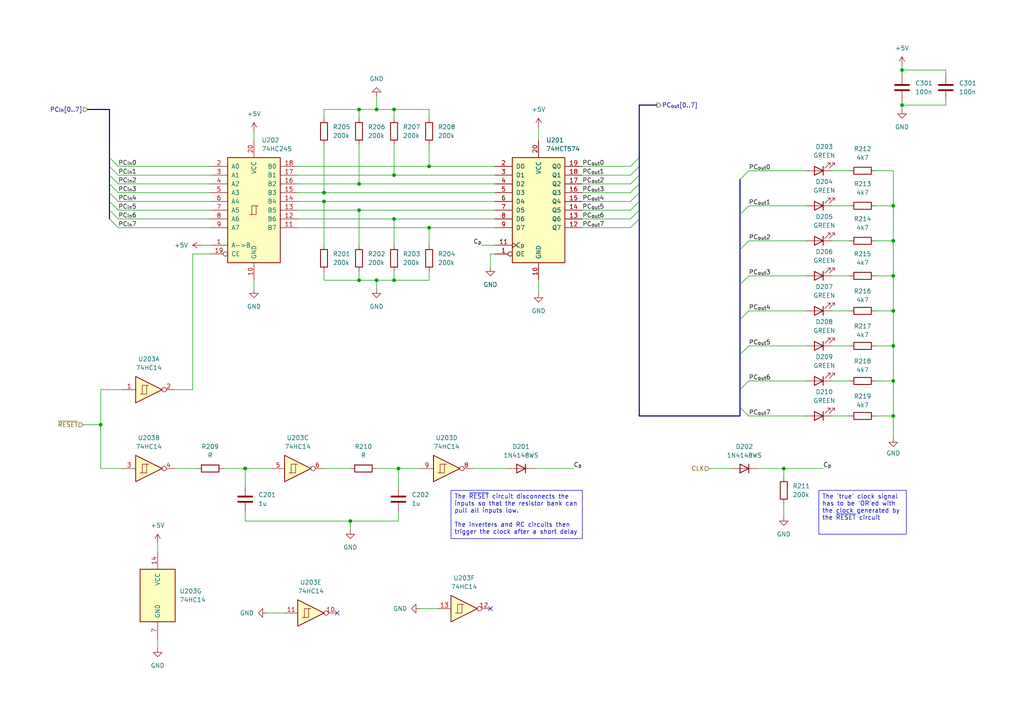
<source format=kicad_sch>
(kicad_sch (version 20230121) (generator eeschema)
  (paper "A4")
  (lib_symbols
    (symbol "74xx:74HC14" (pin_names (offset 1.016))
      (property "Reference" "U" (at 0 1.27 0))
      (property "Value" "74HC14" (at 0 -1.27 0))
      (symbol "74HC14_1_0"
        (polyline (pts (xy -3.81 3.81) (xy -3.81 -3.81) (xy 3.81 0) (xy -3.81 3.81)) (stroke (width 0.254)) (fill (type background)))
        (pin input line (at -7.62 0 0) (length 3.81) (name "~") (number "1"))
        (pin output inverted (at 7.62 0 180) (length 3.81) (name "~") (number "2"))
      )
      (symbol "74HC14_1_1"
        (polyline (pts (xy -1.905 -1.27) (xy -1.905 1.27) (xy -0.635 1.27)))
        (polyline (pts (xy -2.54 -1.27) (xy -0.635 -1.27) (xy -0.635 1.27) (xy 0 1.27)))
      )
      (symbol "74HC14_2_0"
        (polyline (pts (xy -3.81 3.81) (xy -3.81 -3.81) (xy 3.81 0) (xy -3.81 3.81)) (stroke (width 0.254)) (fill (type background)))
        (pin input line (at -7.62 0 0) (length 3.81) (name "~") (number "3"))
        (pin output inverted (at 7.62 0 180) (length 3.81) (name "~") (number "4"))
      )
      (symbol "74HC14_2_1"
        (polyline (pts (xy -1.905 -1.27) (xy -1.905 1.27) (xy -0.635 1.27)))
        (polyline (pts (xy -2.54 -1.27) (xy -0.635 -1.27) (xy -0.635 1.27) (xy 0 1.27)))
      )
      (symbol "74HC14_3_0"
        (polyline (pts (xy -3.81 3.81) (xy -3.81 -3.81) (xy 3.81 0) (xy -3.81 3.81)) (stroke (width 0.254)) (fill (type background)))
        (pin input line (at -7.62 0 0) (length 3.81) (name "~") (number "5"))
        (pin output inverted (at 7.62 0 180) (length 3.81) (name "~") (number "6"))
      )
      (symbol "74HC14_3_1"
        (polyline (pts (xy -1.905 -1.27) (xy -1.905 1.27) (xy -0.635 1.27)))
        (polyline (pts (xy -2.54 -1.27) (xy -0.635 -1.27) (xy -0.635 1.27) (xy 0 1.27)))
      )
      (symbol "74HC14_4_0"
        (polyline (pts (xy -3.81 3.81) (xy -3.81 -3.81) (xy 3.81 0) (xy -3.81 3.81)) (stroke (width 0.254)) (fill (type background)))
        (pin output inverted (at 7.62 0 180) (length 3.81) (name "~") (number "8"))
        (pin input line (at -7.62 0 0) (length 3.81) (name "~") (number "9"))
      )
      (symbol "74HC14_4_1"
        (polyline (pts (xy -1.905 -1.27) (xy -1.905 1.27) (xy -0.635 1.27)))
        (polyline (pts (xy -2.54 -1.27) (xy -0.635 -1.27) (xy -0.635 1.27) (xy 0 1.27)))
      )
      (symbol "74HC14_5_0"
        (polyline (pts (xy -3.81 3.81) (xy -3.81 -3.81) (xy 3.81 0) (xy -3.81 3.81)) (stroke (width 0.254)) (fill (type background)))
        (pin output inverted (at 7.62 0 180) (length 3.81) (name "~") (number "10"))
        (pin input line (at -7.62 0 0) (length 3.81) (name "~") (number "11"))
      )
      (symbol "74HC14_5_1"
        (polyline (pts (xy -1.905 -1.27) (xy -1.905 1.27) (xy -0.635 1.27)))
        (polyline (pts (xy -2.54 -1.27) (xy -0.635 -1.27) (xy -0.635 1.27) (xy 0 1.27)))
      )
      (symbol "74HC14_6_0"
        (polyline (pts (xy -3.81 3.81) (xy -3.81 -3.81) (xy 3.81 0) (xy -3.81 3.81)) (stroke (width 0.254)) (fill (type background)))
        (pin output inverted (at 7.62 0 180) (length 3.81) (name "~") (number "12"))
        (pin input line (at -7.62 0 0) (length 3.81) (name "~") (number "13"))
      )
      (symbol "74HC14_6_1"
        (polyline (pts (xy -1.905 -1.27) (xy -1.905 1.27) (xy -0.635 1.27)))
        (polyline (pts (xy -2.54 -1.27) (xy -0.635 -1.27) (xy -0.635 1.27) (xy 0 1.27)))
      )
      (symbol "74HC14_7_0"
        (pin power_in line (at 0 12.7 270) (length 5.08) (name "VCC") (number "14"))
        (pin power_in line (at 0 -12.7 90) (length 5.08) (name "GND") (number "7"))
      )
      (symbol "74HC14_7_1"
        (rectangle (start -5.08 7.62) (end 5.08 -7.62) (stroke (width 0.254)) (fill (type background)))
      )
    )
    (symbol "74xx:74HC245" (pin_names (offset 1.016))
      (property "Reference" "U" (at -7.62 16.51 0))
      (property "Value" "74HC245" (at -7.62 -16.51 0))
      (symbol "74HC245_1_0"
        (polyline (pts (xy -0.635 -1.27) (xy -0.635 1.27) (xy 0.635 1.27)))
        (polyline (pts (xy -1.27 -1.27) (xy 0.635 -1.27) (xy 0.635 1.27) (xy 1.27 1.27)))
        (pin input line (at -12.7 -10.16 0) (length 5.08) (name "A->B") (number "1"))
        (pin power_in line (at 0 -20.32 90) (length 5.08) (name "GND") (number "10"))
        (pin tri_state line (at 12.7 -5.08 180) (length 5.08) (name "B7") (number "11"))
        (pin tri_state line (at 12.7 -2.54 180) (length 5.08) (name "B6") (number "12"))
        (pin tri_state line (at 12.7 0 180) (length 5.08) (name "B5") (number "13"))
        (pin tri_state line (at 12.7 2.54 180) (length 5.08) (name "B4") (number "14"))
        (pin tri_state line (at 12.7 5.08 180) (length 5.08) (name "B3") (number "15"))
        (pin tri_state line (at 12.7 7.62 180) (length 5.08) (name "B2") (number "16"))
        (pin tri_state line (at 12.7 10.16 180) (length 5.08) (name "B1") (number "17"))
        (pin tri_state line (at 12.7 12.7 180) (length 5.08) (name "B0") (number "18"))
        (pin input inverted (at -12.7 -12.7 0) (length 5.08) (name "CE") (number "19"))
        (pin tri_state line (at -12.7 12.7 0) (length 5.08) (name "A0") (number "2"))
        (pin power_in line (at 0 20.32 270) (length 5.08) (name "VCC") (number "20"))
        (pin tri_state line (at -12.7 10.16 0) (length 5.08) (name "A1") (number "3"))
        (pin tri_state line (at -12.7 7.62 0) (length 5.08) (name "A2") (number "4"))
        (pin tri_state line (at -12.7 5.08 0) (length 5.08) (name "A3") (number "5"))
        (pin tri_state line (at -12.7 2.54 0) (length 5.08) (name "A4") (number "6"))
        (pin tri_state line (at -12.7 0 0) (length 5.08) (name "A5") (number "7"))
        (pin tri_state line (at -12.7 -2.54 0) (length 5.08) (name "A6") (number "8"))
        (pin tri_state line (at -12.7 -5.08 0) (length 5.08) (name "A7") (number "9"))
      )
      (symbol "74HC245_1_1"
        (rectangle (start -7.62 15.24) (end 7.62 -15.24) (stroke (width 0.254)) (fill (type background)))
      )
    )
    (symbol "74xx:74HCT574" (pin_names (offset 1.016))
      (property "Reference" "U" (at -7.62 16.51 0))
      (property "Value" "74HCT574" (at -7.62 -16.51 0))
      (symbol "74HCT574_1_0"
        (pin input inverted (at -12.7 -12.7 0) (length 5.08) (name "OE") (number "1"))
        (pin power_in line (at 0 -20.32 90) (length 5.08) (name "GND") (number "10"))
        (pin input clock (at -12.7 -10.16 0) (length 5.08) (name "Cp") (number "11"))
        (pin tri_state line (at 12.7 -5.08 180) (length 5.08) (name "Q7") (number "12"))
        (pin tri_state line (at 12.7 -2.54 180) (length 5.08) (name "Q6") (number "13"))
        (pin tri_state line (at 12.7 0 180) (length 5.08) (name "Q5") (number "14"))
        (pin tri_state line (at 12.7 2.54 180) (length 5.08) (name "Q4") (number "15"))
        (pin tri_state line (at 12.7 5.08 180) (length 5.08) (name "Q3") (number "16"))
        (pin tri_state line (at 12.7 7.62 180) (length 5.08) (name "Q2") (number "17"))
        (pin tri_state line (at 12.7 10.16 180) (length 5.08) (name "Q1") (number "18"))
        (pin tri_state line (at 12.7 12.7 180) (length 5.08) (name "Q0") (number "19"))
        (pin input line (at -12.7 12.7 0) (length 5.08) (name "D0") (number "2"))
        (pin power_in line (at 0 20.32 270) (length 5.08) (name "VCC") (number "20"))
        (pin input line (at -12.7 10.16 0) (length 5.08) (name "D1") (number "3"))
        (pin input line (at -12.7 7.62 0) (length 5.08) (name "D2") (number "4"))
        (pin input line (at -12.7 5.08 0) (length 5.08) (name "D3") (number "5"))
        (pin input line (at -12.7 2.54 0) (length 5.08) (name "D4") (number "6"))
        (pin input line (at -12.7 0 0) (length 5.08) (name "D5") (number "7"))
        (pin input line (at -12.7 -2.54 0) (length 5.08) (name "D6") (number "8"))
        (pin input line (at -12.7 -5.08 0) (length 5.08) (name "D7") (number "9"))
      )
      (symbol "74HCT574_1_1"
        (rectangle (start -7.62 15.24) (end 7.62 -15.24) (stroke (width 0.254)) (fill (type background)))
      )
    )
    (symbol "Device:C" (pin_numbers hide) (pin_names (offset 0.254))
      (property "Reference" "C" (at 0.635 2.54 0))
      (property "Value" "C" (at 0.635 -2.54 0))
      (symbol "C_0_1"
        (polyline (pts (xy -2.032 -0.762) (xy 2.032 -0.762)) (stroke (width 0.508)))
        (polyline (pts (xy -2.032 0.762) (xy 2.032 0.762)) (stroke (width 0.508)))
      )
      (symbol "C_1_1"
        (pin passive line (at 0 3.81 270) (length 2.794) (name "~") (number "1"))
        (pin passive line (at 0 -3.81 90) (length 2.794) (name "~") (number "2"))
      )
    )
    (symbol "Device:D" (pin_numbers hide) (pin_names (offset 1.016) hide)
      (property "Reference" "D" (at 0 2.54 0))
      (property "Value" "D" (at 0 -2.54 0))
      (symbol "D_0_1"
        (polyline (pts (xy -1.27 1.27) (xy -1.27 -1.27)) (stroke (width 0.254)))
        (polyline (pts (xy 1.27 0) (xy -1.27 0)))
        (polyline (pts (xy 1.27 1.27) (xy 1.27 -1.27) (xy -1.27 0) (xy 1.27 1.27)) (stroke (width 0.254)))
      )
      (symbol "D_1_1"
        (pin passive line (at -3.81 0 0) (length 2.54) (name "K") (number "1"))
        (pin passive line (at 3.81 0 180) (length 2.54) (name "A") (number "2"))
      )
    )
    (symbol "Device:LED" (pin_numbers hide) (pin_names (offset 1.016) hide)
      (property "Reference" "D" (at 0 2.54 0))
      (property "Value" "LED" (at 0 -2.54 0))
      (symbol "LED_0_1"
        (polyline (pts (xy -1.27 -1.27) (xy -1.27 1.27)) (stroke (width 0.254)))
        (polyline (pts (xy -1.27 0) (xy 1.27 0)))
        (polyline (pts (xy 1.27 -1.27) (xy 1.27 1.27) (xy -1.27 0) (xy 1.27 -1.27)) (stroke (width 0.254)))
        (polyline (pts (xy -3.048 -0.762) (xy -4.572 -2.286) (xy -3.81 -2.286) (xy -4.572 -2.286) (xy -4.572 -1.524)))
        (polyline (pts (xy -1.778 -0.762) (xy -3.302 -2.286) (xy -2.54 -2.286) (xy -3.302 -2.286) (xy -3.302 -1.524)))
      )
      (symbol "LED_1_1"
        (pin passive line (at -3.81 0 0) (length 2.54) (name "K") (number "1"))
        (pin passive line (at 3.81 0 180) (length 2.54) (name "A") (number "2"))
      )
    )
    (symbol "Device:R" (pin_numbers hide) (pin_names (offset 0))
      (property "Reference" "R" (at 2.032 0 90))
      (property "Value" "R" (at 0 0 90))
      (symbol "R_0_1"
        (rectangle (start -1.016 -2.54) (end 1.016 2.54) (stroke (width 0.254)))
      )
      (symbol "R_1_1"
        (pin passive line (at 0 3.81 270) (length 1.27) (name "~") (number "1"))
        (pin passive line (at 0 -3.81 90) (length 1.27) (name "~") (number "2"))
      )
    )
    (symbol "power:+5V" (power) (pin_names (offset 0))
      (property "Value" "+5V" (at 0 3.556 0))
      (symbol "+5V_0_1"
        (polyline (pts (xy -0.762 1.27) (xy 0 2.54)))
        (polyline (pts (xy 0 0) (xy 0 2.54)))
        (polyline (pts (xy 0 2.54) (xy 0.762 1.27)))
      )
      (symbol "+5V_1_1"
        (pin power_in line (at 0 0 90) (length 0) hide (name "+5V") (number "1"))
      )
    )
    (symbol "power:GND" (power) (pin_names (offset 0))
      (property "Value" "GND" (at 0 -3.81 0))
      (symbol "GND_0_1"
        (polyline (pts (xy 0 0) (xy 0 -1.27) (xy 1.27 -1.27) (xy 0 -2.54) (xy -1.27 -1.27) (xy 0 -1.27)))
      )
      (symbol "GND_1_1"
        (pin power_in line (at 0 0 270) (length 0) hide (name "GND") (number "1"))
      )
    )
  )
  (junction (at 259.08 80.01))
  (junction (at 261.62 20.32))
  (junction (at 93.98 55.88))
  (junction (at 114.3 81.28))
  (junction (at 29.21 123.19))
  (junction (at 104.14 31.75))
  (junction (at 259.08 100.33))
  (junction (at 114.3 50.8))
  (junction (at 93.98 58.42))
  (junction (at 124.46 66.04))
  (junction (at 124.46 48.26))
  (junction (at 71.12 135.89))
  (junction (at 259.08 120.65))
  (junction (at 227.33 135.89))
  (junction (at 259.08 69.85))
  (junction (at 259.08 59.69))
  (junction (at 261.62 30.48))
  (junction (at 115.57 135.89))
  (junction (at 101.6 151.13))
  (junction (at 104.14 60.96))
  (junction (at 114.3 63.5))
  (junction (at 109.22 31.75))
  (junction (at 259.08 90.17))
  (junction (at 104.14 53.34))
  (junction (at 259.08 110.49))
  (junction (at 109.22 81.28))
  (junction (at 114.3 31.75))
  (junction (at 104.14 81.28))
  (no_connect (at 97.79 177.8))
  (no_connect (at 142.24 176.53))
  (bus_entry (at 214.63 82.55) (size 2.54 -2.54))
  (bus_entry (at 214.63 118.11) (size 2.54 2.54))
  (bus_entry (at 185.42 50.8) (size -2.54 2.54))
  (bus_entry (at 214.63 52.07) (size 2.54 -2.54))
  (bus_entry (at 185.42 48.26) (size -2.54 2.54))
  (bus_entry (at 214.63 102.87) (size 2.54 -2.54))
  (bus_entry (at 31.75 63.5) (size 2.54 2.54))
  (bus_entry (at 31.75 60.96) (size 2.54 2.54))
  (bus_entry (at 214.63 62.23) (size 2.54 -2.54))
  (bus_entry (at 214.63 72.39) (size 2.54 -2.54))
  (bus_entry (at 214.63 92.71) (size 2.54 -2.54))
  (bus_entry (at 185.42 53.34) (size -2.54 2.54))
  (bus_entry (at 31.75 50.8) (size 2.54 2.54))
  (bus_entry (at 185.42 58.42) (size -2.54 2.54))
  (bus_entry (at 214.63 113.03) (size 2.54 -2.54))
  (bus_entry (at 31.75 48.26) (size 2.54 2.54))
  (bus_entry (at 31.75 45.72) (size 2.54 2.54))
  (bus_entry (at 185.42 63.5) (size -2.54 2.54))
  (bus_entry (at 31.75 55.88) (size 2.54 2.54))
  (bus_entry (at 185.42 55.88) (size -2.54 2.54))
  (bus_entry (at 185.42 45.72) (size -2.54 2.54))
  (bus_entry (at 31.75 53.34) (size 2.54 2.54))
  (bus_entry (at 31.75 58.42) (size 2.54 2.54))
  (bus_entry (at 185.42 60.96) (size -2.54 2.54))
  (wire (pts (xy 259.08 120.65) (xy 259.08 110.49)))
  (bus (pts (xy 31.75 31.75) (xy 31.75 45.72)))
  (wire (pts (xy 168.91 48.26) (xy 182.88 48.26)))
  (wire (pts (xy 124.46 66.04) (xy 124.46 71.12)))
  (wire (pts (xy 86.36 60.96) (xy 104.14 60.96)))
  (wire (pts (xy 104.14 53.34) (xy 143.51 53.34)))
  (bus (pts (xy 185.42 63.5) (xy 185.42 120.65)))
  (wire (pts (xy 109.22 31.75) (xy 114.3 31.75)))
  (wire (pts (xy 114.3 63.5) (xy 114.3 71.12)))
  (wire (pts (xy 93.98 34.29) (xy 93.98 31.75)))
  (bus (pts (xy 185.42 30.48) (xy 185.42 45.72)))
  (wire (pts (xy 124.46 41.91) (xy 124.46 48.26)))
  (wire (pts (xy 86.36 58.42) (xy 93.98 58.42)))
  (wire (pts (xy 71.12 135.89) (xy 78.74 135.89)))
  (wire (pts (xy 101.6 151.13) (xy 101.6 153.67)))
  (wire (pts (xy 104.14 78.74) (xy 104.14 81.28)))
  (wire (pts (xy 71.12 148.59) (xy 71.12 151.13)))
  (wire (pts (xy 93.98 135.89) (xy 101.6 135.89)))
  (wire (pts (xy 45.72 185.42) (xy 45.72 187.96)))
  (wire (pts (xy 109.22 27.94) (xy 109.22 31.75)))
  (bus (pts (xy 31.75 53.34) (xy 31.75 55.88)))
  (wire (pts (xy 50.8 135.89) (xy 57.15 135.89)))
  (wire (pts (xy 274.32 20.32) (xy 274.32 21.59)))
  (wire (pts (xy 58.42 71.12) (xy 60.96 71.12)))
  (wire (pts (xy 34.29 66.04) (xy 60.96 66.04)))
  (bus (pts (xy 31.75 50.8) (xy 31.75 53.34)))
  (wire (pts (xy 34.29 48.26) (xy 60.96 48.26)))
  (wire (pts (xy 34.29 55.88) (xy 60.96 55.88)))
  (wire (pts (xy 142.24 77.47) (xy 142.24 73.66)))
  (wire (pts (xy 104.14 31.75) (xy 104.14 34.29)))
  (wire (pts (xy 29.21 123.19) (xy 29.21 135.89)))
  (wire (pts (xy 139.7 71.12) (xy 143.51 71.12)))
  (bus (pts (xy 185.42 45.72) (xy 185.42 48.26)))
  (wire (pts (xy 254 69.85) (xy 259.08 69.85)))
  (wire (pts (xy 71.12 135.89) (xy 71.12 140.97)))
  (wire (pts (xy 241.3 110.49) (xy 246.38 110.49)))
  (wire (pts (xy 227.33 135.89) (xy 238.76 135.89)))
  (wire (pts (xy 261.62 21.59) (xy 261.62 20.32)))
  (bus (pts (xy 25.4 31.75) (xy 31.75 31.75)))
  (wire (pts (xy 168.91 58.42) (xy 182.88 58.42)))
  (bus (pts (xy 214.63 72.39) (xy 214.63 82.55)))
  (wire (pts (xy 217.17 110.49) (xy 233.68 110.49)))
  (wire (pts (xy 121.92 176.53) (xy 127 176.53)))
  (wire (pts (xy 93.98 78.74) (xy 93.98 81.28)))
  (wire (pts (xy 156.21 81.28) (xy 156.21 85.09)))
  (wire (pts (xy 261.62 20.32) (xy 261.62 19.05)))
  (wire (pts (xy 241.3 59.69) (xy 246.38 59.69)))
  (wire (pts (xy 219.71 135.89) (xy 227.33 135.89)))
  (wire (pts (xy 124.46 66.04) (xy 143.51 66.04)))
  (bus (pts (xy 185.42 48.26) (xy 185.42 50.8)))
  (wire (pts (xy 29.21 135.89) (xy 35.56 135.89)))
  (wire (pts (xy 115.57 151.13) (xy 101.6 151.13)))
  (wire (pts (xy 137.16 135.89) (xy 147.32 135.89)))
  (bus (pts (xy 31.75 58.42) (xy 31.75 60.96)))
  (wire (pts (xy 34.29 58.42) (xy 60.96 58.42)))
  (wire (pts (xy 259.08 49.53) (xy 254 49.53)))
  (wire (pts (xy 261.62 29.21) (xy 261.62 30.48)))
  (wire (pts (xy 241.3 80.01) (xy 246.38 80.01)))
  (bus (pts (xy 31.75 60.96) (xy 31.75 63.5)))
  (bus (pts (xy 214.63 92.71) (xy 214.63 102.87)))
  (wire (pts (xy 55.88 113.03) (xy 50.8 113.03)))
  (wire (pts (xy 104.14 81.28) (xy 109.22 81.28)))
  (wire (pts (xy 115.57 135.89) (xy 115.57 140.97)))
  (wire (pts (xy 93.98 41.91) (xy 93.98 55.88)))
  (wire (pts (xy 34.29 53.34) (xy 60.96 53.34)))
  (wire (pts (xy 115.57 135.89) (xy 121.92 135.89)))
  (wire (pts (xy 156.21 36.83) (xy 156.21 40.64)))
  (bus (pts (xy 214.63 102.87) (xy 214.63 113.03)))
  (wire (pts (xy 34.29 63.5) (xy 60.96 63.5)))
  (wire (pts (xy 241.3 100.33) (xy 246.38 100.33)))
  (wire (pts (xy 227.33 146.05) (xy 227.33 149.86)))
  (wire (pts (xy 101.6 151.13) (xy 71.12 151.13)))
  (wire (pts (xy 259.08 59.69) (xy 259.08 49.53)))
  (wire (pts (xy 104.14 60.96) (xy 143.51 60.96)))
  (wire (pts (xy 86.36 63.5) (xy 114.3 63.5)))
  (wire (pts (xy 274.32 30.48) (xy 274.32 29.21)))
  (wire (pts (xy 168.91 50.8) (xy 182.88 50.8)))
  (wire (pts (xy 86.36 55.88) (xy 93.98 55.88)))
  (wire (pts (xy 217.17 49.53) (xy 233.68 49.53)))
  (bus (pts (xy 185.42 60.96) (xy 185.42 63.5)))
  (wire (pts (xy 77.47 177.8) (xy 82.55 177.8)))
  (wire (pts (xy 241.3 49.53) (xy 246.38 49.53)))
  (wire (pts (xy 254 100.33) (xy 259.08 100.33)))
  (wire (pts (xy 93.98 58.42) (xy 143.51 58.42)))
  (wire (pts (xy 168.91 60.96) (xy 182.88 60.96)))
  (wire (pts (xy 261.62 30.48) (xy 261.62 31.75)))
  (wire (pts (xy 93.98 58.42) (xy 93.98 71.12)))
  (wire (pts (xy 93.98 81.28) (xy 104.14 81.28)))
  (wire (pts (xy 104.14 31.75) (xy 109.22 31.75)))
  (bus (pts (xy 31.75 45.72) (xy 31.75 48.26)))
  (wire (pts (xy 142.24 73.66) (xy 143.51 73.66)))
  (wire (pts (xy 114.3 63.5) (xy 143.51 63.5)))
  (wire (pts (xy 241.3 90.17) (xy 246.38 90.17)))
  (wire (pts (xy 114.3 81.28) (xy 124.46 81.28)))
  (wire (pts (xy 217.17 80.01) (xy 233.68 80.01)))
  (wire (pts (xy 114.3 31.75) (xy 114.3 34.29)))
  (bus (pts (xy 214.63 62.23) (xy 214.63 72.39)))
  (wire (pts (xy 259.08 127) (xy 259.08 120.65)))
  (wire (pts (xy 217.17 100.33) (xy 233.68 100.33)))
  (bus (pts (xy 185.42 58.42) (xy 185.42 60.96)))
  (bus (pts (xy 185.42 50.8) (xy 185.42 53.34)))
  (wire (pts (xy 93.98 31.75) (xy 104.14 31.75)))
  (bus (pts (xy 185.42 55.88) (xy 185.42 58.42)))
  (wire (pts (xy 168.91 53.34) (xy 182.88 53.34)))
  (wire (pts (xy 55.88 73.66) (xy 55.88 113.03)))
  (wire (pts (xy 86.36 66.04) (xy 124.46 66.04)))
  (bus (pts (xy 214.63 118.11) (xy 214.63 120.65)))
  (wire (pts (xy 109.22 81.28) (xy 109.22 83.82)))
  (wire (pts (xy 34.29 60.96) (xy 60.96 60.96)))
  (bus (pts (xy 185.42 53.34) (xy 185.42 55.88)))
  (wire (pts (xy 254 110.49) (xy 259.08 110.49)))
  (bus (pts (xy 31.75 55.88) (xy 31.75 58.42)))
  (wire (pts (xy 60.96 73.66) (xy 55.88 73.66)))
  (wire (pts (xy 154.94 135.89) (xy 166.37 135.89)))
  (wire (pts (xy 254 59.69) (xy 259.08 59.69)))
  (wire (pts (xy 114.3 41.91) (xy 114.3 50.8)))
  (wire (pts (xy 254 80.01) (xy 259.08 80.01)))
  (wire (pts (xy 86.36 48.26) (xy 124.46 48.26)))
  (wire (pts (xy 261.62 20.32) (xy 274.32 20.32)))
  (wire (pts (xy 227.33 135.89) (xy 227.33 138.43)))
  (bus (pts (xy 185.42 120.65) (xy 214.63 120.65)))
  (wire (pts (xy 205.74 135.89) (xy 212.09 135.89)))
  (wire (pts (xy 24.13 123.19) (xy 29.21 123.19)))
  (wire (pts (xy 86.36 50.8) (xy 114.3 50.8)))
  (wire (pts (xy 241.3 69.85) (xy 246.38 69.85)))
  (bus (pts (xy 31.75 48.26) (xy 31.75 50.8)))
  (wire (pts (xy 168.91 63.5) (xy 182.88 63.5)))
  (bus (pts (xy 214.63 82.55) (xy 214.63 92.71)))
  (wire (pts (xy 124.46 81.28) (xy 124.46 78.74)))
  (wire (pts (xy 217.17 120.65) (xy 233.68 120.65)))
  (wire (pts (xy 45.72 157.48) (xy 45.72 160.02)))
  (wire (pts (xy 93.98 55.88) (xy 143.51 55.88)))
  (bus (pts (xy 214.63 113.03) (xy 214.63 118.11)))
  (wire (pts (xy 114.3 78.74) (xy 114.3 81.28)))
  (wire (pts (xy 64.77 135.89) (xy 71.12 135.89)))
  (wire (pts (xy 217.17 69.85) (xy 233.68 69.85)))
  (wire (pts (xy 168.91 55.88) (xy 182.88 55.88)))
  (wire (pts (xy 168.91 66.04) (xy 182.88 66.04)))
  (bus (pts (xy 190.5 30.48) (xy 185.42 30.48)))
  (wire (pts (xy 115.57 148.59) (xy 115.57 151.13)))
  (wire (pts (xy 217.17 90.17) (xy 233.68 90.17)))
  (wire (pts (xy 259.08 80.01) (xy 259.08 69.85)))
  (wire (pts (xy 73.66 81.28) (xy 73.66 83.82)))
  (wire (pts (xy 109.22 81.28) (xy 114.3 81.28)))
  (wire (pts (xy 254 120.65) (xy 259.08 120.65)))
  (wire (pts (xy 217.17 59.69) (xy 233.68 59.69)))
  (wire (pts (xy 114.3 31.75) (xy 124.46 31.75)))
  (wire (pts (xy 86.36 53.34) (xy 104.14 53.34)))
  (wire (pts (xy 124.46 48.26) (xy 143.51 48.26)))
  (wire (pts (xy 259.08 110.49) (xy 259.08 100.33)))
  (bus (pts (xy 214.63 52.07) (xy 214.63 62.23)))
  (wire (pts (xy 259.08 90.17) (xy 259.08 80.01)))
  (wire (pts (xy 261.62 30.48) (xy 274.32 30.48)))
  (wire (pts (xy 114.3 50.8) (xy 143.51 50.8)))
  (wire (pts (xy 29.21 113.03) (xy 29.21 123.19)))
  (wire (pts (xy 73.66 38.1) (xy 73.66 40.64)))
  (wire (pts (xy 104.14 60.96) (xy 104.14 71.12)))
  (wire (pts (xy 254 90.17) (xy 259.08 90.17)))
  (wire (pts (xy 259.08 69.85) (xy 259.08 59.69)))
  (wire (pts (xy 104.14 41.91) (xy 104.14 53.34)))
  (wire (pts (xy 35.56 113.03) (xy 29.21 113.03)))
  (wire (pts (xy 34.29 50.8) (xy 60.96 50.8)))
  (wire (pts (xy 124.46 31.75) (xy 124.46 34.29)))
  (wire (pts (xy 259.08 100.33) (xy 259.08 90.17)))
  (wire (pts (xy 241.3 120.65) (xy 246.38 120.65)))
  (wire (pts (xy 109.22 135.89) (xy 115.57 135.89)))
  (text_box "The 'true' clock signal has to be 'OR'ed with the clock generated by the ~{RESET} circuit" (at 237.49 142.24 0) (size 25.4 12.7) (effects (font (size 1.27 1.27)) (justify left top)))
  (text_box "The ~{RESET} circuit disconnects the inputs so that the resistor bank can pull all inputs low.\n\nThe inverters and RC circuits then trigger the clock after a short delay" (at 130.81 142.24 0) (size 38.1 13.97) (effects (font (size 1.27 1.27)) (justify left top)))
  (label "PC_{in}2" (at 34.29 53.34 0))
  (label "PC_{out}2" (at 217.17 69.85 0))
  (label "PC_{in}3" (at 34.29 55.88 0))
  (label "PC_{out}6" (at 217.17 110.49 0))
  (label "PC_{out}3" (at 168.91 55.88 0))
  (label "C_{p}" (at 139.7 71.12 180))
  (label "PC_{out}1" (at 217.17 59.69 0))
  (label "PC_{out}5" (at 168.91 60.96 0))
  (label "PC_{in}5" (at 34.29 60.96 0))
  (label "PC_{in}7" (at 34.29 66.04 0))
  (label "PC_{out}7" (at 168.91 66.04 0))
  (label "PC_{out}0" (at 168.91 48.26 0))
  (label "C_{p}" (at 238.76 135.89 0))
  (label "PC_{out}4" (at 168.91 58.42 0))
  (label "PC_{in}0" (at 34.29 48.26 0))
  (label "PC_{out}7" (at 217.17 120.65 0))
  (label "PC_{out}1" (at 168.91 50.8 0))
  (label "C_{p}" (at 166.37 135.89 0))
  (label "PC_{out}0" (at 217.17 49.53 0))
  (label "PC_{out}4" (at 217.17 90.17 0))
  (label "PC_{in}4" (at 34.29 58.42 0))
  (label "PC_{out}3" (at 217.17 80.01 0))
  (label "PC_{in}1" (at 34.29 50.8 0))
  (label "PC_{out}6" (at 168.91 63.5 0))
  (label "PC_{out}2" (at 168.91 53.34 0))
  (label "PC_{out}5" (at 217.17 100.33 0))
  (label "PC_{in}6" (at 34.29 63.5 0))
  (hierarchical_label "CLK" (shape input) (at 205.74 135.89 180))
  (hierarchical_label "PC_{in}[0..7]" (shape input) (at 25.4 31.75 180))
  (hierarchical_label "PC_{out}[0..7]" (shape output) (at 190.5 30.48 0))
  (hierarchical_label "~{RESET}" (shape input) (at 24.13 123.19 180))
  (symbol (lib_id "power:GND") (at 227.33 149.86 0) (unit 1)
    (property "Reference" "#PWR0214" (effects hide))
    (property "Value" "GND" (at 227.33 154.94 0))
  )
  (symbol (lib_id "power:GND") (at 261.62 31.75 0) (unit 1)
    (property "Reference" "#PWR0302" (effects hide))
    (property "Value" "GND" (at 261.62 36.83 0))
    (instances (project "SALU" (path "" (reference "#PWR0302") (unit 1))) (project "Simple Program Counter" (path "" (reference "#PWR0216") (unit 1))) (project "Register File" (path "" (reference "#PWR0318") (unit 1)) (path "" (reference "#PWR0418") (unit 1)) (path "" (reference "#PWR0518") (unit 1)) (path "" (reference "#PWR0218") (unit 1)) (path "" (reference "#PWR0718") (unit 1)) (path "" (reference "#PWR0818") (unit 1)) (path "" (reference "#PWR0918") (unit 1)) (path "" (reference "#PWR0618") (unit 1))))
  )
  (symbol (lib_id "Device:R") (at 114.3 38.1 0) (unit 1)
    (property "Reference" "R207" (at 116.84 36.83 0) (effects (justify left)))
    (property "Value" "200k" (at 116.84 39.37 0) (effects (justify left)))
    (property "Footprint" "Resistor_SMD:R_0402_1005Metric" (effects hide))
    (property "Datasheet" "https://datasheet.lcsc.com/lcsc/2206010100_UNI-ROYAL-Uniroyal-Elec-0402WGF2003TCE_C25764.pdf" (effects hide))
    (property "LCSC" " C25764" (effects hide))
  )
  (symbol (lib_id "Device:LED") (at 237.49 49.53 180) (unit 1)
    (property "Reference" "D203" (at 239.0775 42.545 0))
    (property "Value" "GREEN" (at 239.0775 45.085 0))
    (property "Footprint" "LED_SMD:LED_0603_1608Metric" (effects hide))
    (property "Datasheet" "https://datasheet.lcsc.com/lcsc/1811101510_Everlight-Elec-19-217-GHC-YR1S2-3T_C72043.pdf" (effects hide))
    (property "LCSC" "C72043" (effects hide))
    (instances (project "Simple Program Counter" (path "" (reference "D203") (unit 1))) (project "DALU" (path "" (reference "D801") (unit 1))) (project "Register File" (path "" (reference "D301") (unit 1)) (path "" (reference "D401") (unit 1)) (path "" (reference "D501") (unit 1)) (path "" (reference "D201") (unit 1)) (path "" (reference "D701") (unit 1)) (path "" (reference "D801") (unit 1)) (path "" (reference "D901") (unit 1)) (path "" (reference "D601") (unit 1))))
  )
  (symbol (lib_id "Device:R") (at 105.41 135.89 90) (unit 1)
    (property "Reference" "R210" (at 105.41 129.54 90))
    (property "Value" "R" (at 105.41 132.08 90))
    (property "Footprint" "Resistor_SMD:R_0402_1005Metric" (effects hide))
    (property "LCSC" "C11702" (effects hide))
  )
  (symbol (lib_id "Device:R") (at 124.46 74.93 0) (unit 1)
    (property "Reference" "R204" (at 127 73.66 0) (effects (justify left)))
    (property "Value" "200k" (at 127 76.2 0) (effects (justify left)))
    (property "Footprint" "Resistor_SMD:R_0402_1005Metric" (effects hide))
    (property "Datasheet" "https://datasheet.lcsc.com/lcsc/2206010100_UNI-ROYAL-Uniroyal-Elec-0402WGF2003TCE_C25764.pdf" (effects hide))
    (property "LCSC" " C25764" (effects hide))
  )
  (symbol (lib_id "Device:LED") (at 237.49 110.49 180) (unit 1)
    (property "Reference" "D209" (at 239.0775 103.505 0))
    (property "Value" "GREEN" (at 239.0775 106.045 0))
    (property "Footprint" "LED_SMD:LED_0603_1608Metric" (effects hide))
    (property "Datasheet" "https://datasheet.lcsc.com/lcsc/1811101510_Everlight-Elec-19-217-GHC-YR1S2-3T_C72043.pdf" (effects hide))
    (property "LCSC" "C72043" (effects hide))
    (instances (project "Simple Program Counter" (path "" (reference "D209") (unit 1))) (project "DALU" (path "" (reference "D807") (unit 1))) (project "Register File" (path "" (reference "D307") (unit 1)) (path "" (reference "D407") (unit 1)) (path "" (reference "D507") (unit 1)) (path "" (reference "D207") (unit 1)) (path "" (reference "D707") (unit 1)) (path "" (reference "D807") (unit 1)) (path "" (reference "D907") (unit 1)) (path "" (reference "D607") (unit 1))))
  )
  (symbol (lib_id "74xx:74HCT574") (at 156.21 60.96 0) (unit 1)
    (property "Reference" "U201" (at 158.4041 40.64 0) (effects (justify left)))
    (property "Value" "74HCT574" (at 158.4041 43.18 0) (effects (justify left)))
    (property "Footprint" "Package_DIP:DIP-20_W7.62mm_Socket" (effects hide))
    (property "Datasheet" "http://www.ti.com/lit/gpn/sn74HCT574" (effects hide))
  )
  (symbol (lib_id "power:GND") (at 101.6 153.67 0) (unit 1)
    (property "Reference" "#PWR0209" (effects hide))
    (property "Value" "GND" (at 101.6 158.75 0))
  )
  (symbol (lib_id "Device:R") (at 250.19 49.53 270) (unit 1)
    (property "Reference" "R212" (at 250.19 43.18 90))
    (property "Value" "4k7" (at 250.19 45.72 90))
    (property "Footprint" "Resistor_SMD:R_0603_1608Metric" (effects hide))
    (property "Datasheet" "https://datasheet.lcsc.com/lcsc/2206010116_UNI-ROYAL-Uniroyal-Elec-0603WAF4701T5E_C23162.pdf" (effects hide))
    (property "LCSC" "C23162" (effects hide))
    (instances (project "Simple Program Counter" (path "" (reference "R212") (unit 1))) (project "DALU" (path "" (reference "R809") (unit 1))) (project "Register File" (path "" (reference "R301") (unit 1)) (path "" (reference "R401") (unit 1)) (path "" (reference "R501") (unit 1)) (path "" (reference "R201") (unit 1)) (path "" (reference "R701") (unit 1)) (path "" (reference "R801") (unit 1)) (path "" (reference "R901") (unit 1)) (path "" (reference "R601") (unit 1))))
  )
  (symbol (lib_id "Device:LED") (at 237.49 59.69 180) (unit 1)
    (property "Reference" "D204" (at 239.0775 52.705 0))
    (property "Value" "GREEN" (at 239.0775 55.245 0))
    (property "Footprint" "LED_SMD:LED_0603_1608Metric" (effects hide))
    (property "Datasheet" "https://datasheet.lcsc.com/lcsc/1811101510_Everlight-Elec-19-217-GHC-YR1S2-3T_C72043.pdf" (effects hide))
    (property "LCSC" "C72043" (effects hide))
    (instances (project "Simple Program Counter" (path "" (reference "D204") (unit 1))) (project "DALU" (path "" (reference "D802") (unit 1))) (project "Register File" (path "" (reference "D302") (unit 1)) (path "" (reference "D402") (unit 1)) (path "" (reference "D502") (unit 1)) (path "" (reference "D202") (unit 1)) (path "" (reference "D702") (unit 1)) (path "" (reference "D802") (unit 1)) (path "" (reference "D902") (unit 1)) (path "" (reference "D602") (unit 1))))
  )
  (symbol (lib_id "power:GND") (at 109.22 27.94 180) (unit 1)
    (property "Reference" "#PWR0207" (effects hide))
    (property "Value" "GND" (at 109.22 22.86 0))
  )
  (symbol (lib_id "Device:R") (at 250.19 69.85 270) (unit 1)
    (property "Reference" "R214" (at 250.19 63.5 90))
    (property "Value" "4k7" (at 250.19 66.04 90))
    (property "Footprint" "Resistor_SMD:R_0603_1608Metric" (effects hide))
    (property "Datasheet" "https://datasheet.lcsc.com/lcsc/2206010116_UNI-ROYAL-Uniroyal-Elec-0603WAF4701T5E_C23162.pdf" (effects hide))
    (property "LCSC" "C23162" (effects hide))
    (instances (project "Simple Program Counter" (path "" (reference "R214") (unit 1))) (project "DALU" (path "" (reference "R811") (unit 1))) (project "Register File" (path "" (reference "R303") (unit 1)) (path "" (reference "R403") (unit 1)) (path "" (reference "R503") (unit 1)) (path "" (reference "R203") (unit 1)) (path "" (reference "R703") (unit 1)) (path "" (reference "R803") (unit 1)) (path "" (reference "R903") (unit 1)) (path "" (reference "R603") (unit 1))))
  )
  (symbol (lib_id "power:GND") (at 259.08 127 0) (unit 1)
    (property "Reference" "#PWR0217" (effects hide))
    (property "Value" "GND" (at 259.08 131.445 0))
    (instances (project "Simple Program Counter" (path "" (reference "#PWR0217") (unit 1))) (project "DALU" (path "" (reference "#PWR0809") (unit 1))) (project "Register File" (path "" (reference "#PWR0302") (unit 1)) (path "" (reference "#PWR0402") (unit 1)) (path "" (reference "#PWR0502") (unit 1)) (path "" (reference "#PWR0202") (unit 1)) (path "" (reference "#PWR0702") (unit 1)) (path "" (reference "#PWR0802") (unit 1)) (path "" (reference "#PWR0902") (unit 1)) (path "" (reference "#PWR0602") (unit 1))))
  )
  (symbol (lib_id "power:+5V") (at 261.62 19.05 0) (unit 1)
    (property "Reference" "#PWR0301" (effects hide))
    (property "Value" "+5V" (at 261.62 13.97 0))
    (instances (project "SALU" (path "" (reference "#PWR0301") (unit 1))) (project "Simple Program Counter" (path "" (reference "#PWR0215") (unit 1))) (project "Register File" (path "" (reference "#PWR0317") (unit 1)) (path "" (reference "#PWR0417") (unit 1)) (path "" (reference "#PWR0517") (unit 1)) (path "" (reference "#PWR0217") (unit 1)) (path "" (reference "#PWR0717") (unit 1)) (path "" (reference "#PWR0817") (unit 1)) (path "" (reference "#PWR0917") (unit 1)) (path "" (reference "#PWR0617") (unit 1))))
  )
  (symbol (lib_id "74xx:74HC245") (at 73.66 60.96 0) (unit 1)
    (property "Reference" "U202" (at 75.8541 40.64 0) (effects (justify left)))
    (property "Value" "74HC245" (at 75.8541 43.18 0) (effects (justify left)))
    (property "Footprint" "Package_SO:SOIC-20W_7.5x12.8mm_P1.27mm" (effects hide))
    (property "Datasheet" "http://www.ti.com/lit/gpn/sn74HC245" (effects hide))
    (property "LCSC" "C5625" (effects hide))
  )
  (symbol (lib_id "Device:R") (at 250.19 90.17 270) (unit 1)
    (property "Reference" "R216" (at 250.19 84.455 90))
    (property "Value" "4k7" (at 250.19 86.995 90))
    (property "Footprint" "Resistor_SMD:R_0603_1608Metric" (effects hide))
    (property "Datasheet" "https://datasheet.lcsc.com/lcsc/2206010116_UNI-ROYAL-Uniroyal-Elec-0603WAF4701T5E_C23162.pdf" (effects hide))
    (property "LCSC" "C23162" (effects hide))
    (instances (project "Simple Program Counter" (path "" (reference "R216") (unit 1))) (project "DALU" (path "" (reference "R813") (unit 1))) (project "Register File" (path "" (reference "R305") (unit 1)) (path "" (reference "R405") (unit 1)) (path "" (reference "R505") (unit 1)) (path "" (reference "R205") (unit 1)) (path "" (reference "R705") (unit 1)) (path "" (reference "R805") (unit 1)) (path "" (reference "R905") (unit 1)) (path "" (reference "R605") (unit 1))))
  )
  (symbol (lib_id "Device:R") (at 250.19 59.69 270) (unit 1)
    (property "Reference" "R213" (at 250.19 53.34 90))
    (property "Value" "4k7" (at 250.19 55.88 90))
    (property "Footprint" "Resistor_SMD:R_0603_1608Metric" (effects hide))
    (property "Datasheet" "https://datasheet.lcsc.com/lcsc/2206010116_UNI-ROYAL-Uniroyal-Elec-0603WAF4701T5E_C23162.pdf" (effects hide))
    (property "LCSC" "C23162" (effects hide))
    (instances (project "Simple Program Counter" (path "" (reference "R213") (unit 1))) (project "DALU" (path "" (reference "R810") (unit 1))) (project "Register File" (path "" (reference "R302") (unit 1)) (path "" (reference "R402") (unit 1)) (path "" (reference "R502") (unit 1)) (path "" (reference "R202") (unit 1)) (path "" (reference "R702") (unit 1)) (path "" (reference "R802") (unit 1)) (path "" (reference "R902") (unit 1)) (path "" (reference "R602") (unit 1))))
  )
  (symbol (lib_id "Device:C") (at 115.57 144.78 0) (unit 1)
    (property "Reference" "C202" (at 119.38 143.51 0) (effects (justify left)))
    (property "Value" "1u" (at 119.38 146.05 0) (effects (justify left)))
    (property "Footprint" "Capacitor_SMD:C_0402_1005Metric" (effects hide))
    (property "LCSC" "C52923" (effects hide))
  )
  (symbol (lib_id "74xx:74HC14") (at 90.17 177.8 0) (unit 5)
    (property "Reference" "U203" (at 90.17 168.91 0))
    (property "Value" "74HC14" (at 90.17 171.45 0))
    (property "Footprint" "Package_SO:SOIC-14_3.9x8.7mm_P1.27mm" (effects hide))
    (property "Datasheet" "http://www.ti.com/lit/gpn/sn74HC14" (effects hide))
    (property "LCSC" "C5605" (effects hide))
  )
  (symbol (lib_id "Device:R") (at 104.14 74.93 0) (unit 1)
    (property "Reference" "R202" (at 106.68 73.66 0) (effects (justify left)))
    (property "Value" "200k" (at 106.68 76.2 0) (effects (justify left)))
    (property "Footprint" "Resistor_SMD:R_0402_1005Metric" (effects hide))
    (property "Datasheet" "https://datasheet.lcsc.com/lcsc/2206010100_UNI-ROYAL-Uniroyal-Elec-0402WGF2003TCE_C25764.pdf" (effects hide))
    (property "LCSC" " C25764" (effects hide))
  )
  (symbol (lib_id "74xx:74HC14") (at 43.18 135.89 0) (unit 2)
    (property "Reference" "U203" (at 43.18 127 0))
    (property "Value" "74HC14" (at 43.18 129.54 0))
    (property "Footprint" "Package_SO:SOIC-14_3.9x8.7mm_P1.27mm" (effects hide))
    (property "Datasheet" "http://www.ti.com/lit/gpn/sn74HC14" (effects hide))
    (property "LCSC" "C5605" (effects hide))
  )
  (symbol (lib_id "Device:D") (at 215.9 135.89 180) (unit 1)
    (property "Reference" "D202" (at 215.9 129.54 0))
    (property "Value" "1N4148WS" (at 215.9 132.08 0))
    (property "Footprint" "Diode_SMD:D_SOD-323" (effects hide))
    (property "Sim.Device" "D" (effects hide))
    (property "Sim.Pins" "1=K 2=A" (effects hide))
    (property "LCSC" "C2128" (effects hide))
  )
  (symbol (lib_id "74xx:74HC14") (at 134.62 176.53 0) (unit 6)
    (property "Reference" "U203" (at 134.62 167.64 0))
    (property "Value" "74HC14" (at 134.62 170.18 0))
    (property "Footprint" "Package_SO:SOIC-14_3.9x8.7mm_P1.27mm" (effects hide))
    (property "Datasheet" "http://www.ti.com/lit/gpn/sn74HC14" (effects hide))
    (property "LCSC" "C5605" (effects hide))
  )
  (symbol (lib_id "Device:R") (at 250.19 110.49 270) (unit 1)
    (property "Reference" "R218" (at 250.19 104.775 90))
    (property "Value" "4k7" (at 250.19 107.315 90))
    (property "Footprint" "Resistor_SMD:R_0603_1608Metric" (effects hide))
    (property "Datasheet" "https://datasheet.lcsc.com/lcsc/2206010116_UNI-ROYAL-Uniroyal-Elec-0603WAF4701T5E_C23162.pdf" (effects hide))
    (property "LCSC" "C23162" (effects hide))
    (instances (project "Simple Program Counter" (path "" (reference "R218") (unit 1))) (project "DALU" (path "" (reference "R815") (unit 1))) (project "Register File" (path "" (reference "R307") (unit 1)) (path "" (reference "R407") (unit 1)) (path "" (reference "R507") (unit 1)) (path "" (reference "R207") (unit 1)) (path "" (reference "R707") (unit 1)) (path "" (reference "R807") (unit 1)) (path "" (reference "R907") (unit 1)) (path "" (reference "R607") (unit 1))))
  )
  (symbol (lib_id "74xx:74HC14") (at 86.36 135.89 0) (unit 3)
    (property "Reference" "U203" (at 86.36 127 0))
    (property "Value" "74HC14" (at 86.36 129.54 0))
    (property "Footprint" "Package_SO:SOIC-14_3.9x8.7mm_P1.27mm" (effects hide))
    (property "Datasheet" "http://www.ti.com/lit/gpn/sn74HC14" (effects hide))
    (property "LCSC" "C5605" (effects hide))
  )
  (symbol (lib_id "power:+5V") (at 156.21 36.83 0) (unit 1)
    (property "Reference" "#PWR0202" (effects hide))
    (property "Value" "+5V" (at 156.21 31.75 0))
  )
  (symbol (lib_id "power:GND") (at 77.47 177.8 270) (unit 1)
    (property "Reference" "#PWR0212" (effects hide))
    (property "Value" "GND" (at 73.66 177.8 90) (effects (justify right)))
  )
  (symbol (lib_id "power:+5V") (at 73.66 38.1 0) (unit 1)
    (property "Reference" "#PWR0204" (effects hide))
    (property "Value" "+5V" (at 73.66 33.02 0))
  )
  (symbol (lib_id "Device:C") (at 261.62 25.4 0) (unit 1)
    (property "Reference" "C301" (at 265.43 24.1299 0) (effects (justify left)))
    (property "Value" "100n" (at 265.43 26.6699 0) (effects (justify left)))
    (property "Footprint" "Capacitor_SMD:C_0603_1608Metric" (effects hide))
    (property "Datasheet" "https://datasheet.lcsc.com/lcsc/1809301912_YAGEO-CC0603KRX7R9BB104_C14663.pdf" (effects hide))
    (property "LCSC" "C14663" (effects hide))
    (instances (project "SALU" (path "" (reference "C301") (unit 1))) (project "Simple Program Counter" (path "" (reference "C203") (unit 1))) (project "Register File" (path "" (reference "C301") (unit 1)) (path "" (reference "C401") (unit 1)) (path "" (reference "C501") (unit 1)) (path "" (reference "C201") (unit 1)) (path "" (reference "C701") (unit 1)) (path "" (reference "C801") (unit 1)) (path "" (reference "C901") (unit 1)) (path "" (reference "C601") (unit 1))))
  )
  (symbol (lib_id "power:GND") (at 156.21 85.09 0) (unit 1)
    (property "Reference" "#PWR0201" (effects hide))
    (property "Value" "GND" (at 156.21 90.17 0))
  )
  (symbol (lib_id "Device:R") (at 250.19 120.65 270) (unit 1)
    (property "Reference" "R219" (at 250.19 114.935 90))
    (property "Value" "4k7" (at 250.19 117.475 90))
    (property "Footprint" "Resistor_SMD:R_0603_1608Metric" (effects hide))
    (property "Datasheet" "https://datasheet.lcsc.com/lcsc/2206010116_UNI-ROYAL-Uniroyal-Elec-0603WAF4701T5E_C23162.pdf" (effects hide))
    (property "LCSC" "C23162" (effects hide))
    (instances (project "Simple Program Counter" (path "" (reference "R219") (unit 1))) (project "DALU" (path "" (reference "R816") (unit 1))) (project "Register File" (path "" (reference "R308") (unit 1)) (path "" (reference "R408") (unit 1)) (path "" (reference "R508") (unit 1)) (path "" (reference "R208") (unit 1)) (path "" (reference "R708") (unit 1)) (path "" (reference "R808") (unit 1)) (path "" (reference "R908") (unit 1)) (path "" (reference "R608") (unit 1))))
  )
  (symbol (lib_id "Device:LED") (at 237.49 90.17 180) (unit 1)
    (property "Reference" "D207" (at 239.0775 83.185 0))
    (property "Value" "GREEN" (at 239.0775 85.725 0))
    (property "Footprint" "LED_SMD:LED_0603_1608Metric" (effects hide))
    (property "Datasheet" "https://datasheet.lcsc.com/lcsc/1811101510_Everlight-Elec-19-217-GHC-YR1S2-3T_C72043.pdf" (effects hide))
    (property "LCSC" "C72043" (effects hide))
    (instances (project "Simple Program Counter" (path "" (reference "D207") (unit 1))) (project "DALU" (path "" (reference "D805") (unit 1))) (project "Register File" (path "" (reference "D305") (unit 1)) (path "" (reference "D405") (unit 1)) (path "" (reference "D505") (unit 1)) (path "" (reference "D205") (unit 1)) (path "" (reference "D705") (unit 1)) (path "" (reference "D805") (unit 1)) (path "" (reference "D905") (unit 1)) (path "" (reference "D605") (unit 1))))
  )
  (symbol (lib_id "Device:LED") (at 237.49 80.01 180) (unit 1)
    (property "Reference" "D206" (at 239.0775 73.025 0))
    (property "Value" "GREEN" (at 239.0775 75.565 0))
    (property "Footprint" "LED_SMD:LED_0603_1608Metric" (effects hide))
    (property "Datasheet" "https://datasheet.lcsc.com/lcsc/1811101510_Everlight-Elec-19-217-GHC-YR1S2-3T_C72043.pdf" (effects hide))
    (property "LCSC" "C72043" (effects hide))
    (instances (project "Simple Program Counter" (path "" (reference "D206") (unit 1))) (project "DALU" (path "" (reference "D804") (unit 1))) (project "Register File" (path "" (reference "D304") (unit 1)) (path "" (reference "D404") (unit 1)) (path "" (reference "D504") (unit 1)) (path "" (reference "D204") (unit 1)) (path "" (reference "D704") (unit 1)) (path "" (reference "D804") (unit 1)) (path "" (reference "D904") (unit 1)) (path "" (reference "D604") (unit 1))))
  )
  (symbol (lib_id "Device:R") (at 124.46 38.1 0) (unit 1)
    (property "Reference" "R208" (at 127 36.83 0) (effects (justify left)))
    (property "Value" "200k" (at 127 39.37 0) (effects (justify left)))
    (property "Footprint" "Resistor_SMD:R_0402_1005Metric" (effects hide))
    (property "Datasheet" "https://datasheet.lcsc.com/lcsc/2206010100_UNI-ROYAL-Uniroyal-Elec-0402WGF2003TCE_C25764.pdf" (effects hide))
    (property "LCSC" " C25764" (effects hide))
  )
  (symbol (lib_id "Device:LED") (at 237.49 120.65 180) (unit 1)
    (property "Reference" "D210" (at 239.0775 113.665 0))
    (property "Value" "GREEN" (at 239.0775 116.205 0))
    (property "Footprint" "LED_SMD:LED_0603_1608Metric" (effects hide))
    (property "Datasheet" "https://datasheet.lcsc.com/lcsc/1811101510_Everlight-Elec-19-217-GHC-YR1S2-3T_C72043.pdf" (effects hide))
    (property "LCSC" "C72043" (effects hide))
    (instances (project "Simple Program Counter" (path "" (reference "D210") (unit 1))) (project "DALU" (path "" (reference "D808") (unit 1))) (project "Register File" (path "" (reference "D308") (unit 1)) (path "" (reference "D408") (unit 1)) (path "" (reference "D508") (unit 1)) (path "" (reference "D208") (unit 1)) (path "" (reference "D708") (unit 1)) (path "" (reference "D808") (unit 1)) (path "" (reference "D908") (unit 1)) (path "" (reference "D608") (unit 1))))
  )
  (symbol (lib_id "74xx:74HC14") (at 45.72 172.72 0) (unit 7)
    (property "Reference" "U203" (at 52.07 171.45 0) (effects (justify left)))
    (property "Value" "74HC14" (at 52.07 173.99 0) (effects (justify left)))
    (property "Footprint" "Package_SO:SOIC-14_3.9x8.7mm_P1.27mm" (effects hide))
    (property "Datasheet" "http://www.ti.com/lit/gpn/sn74HC14" (effects hide))
    (property "LCSC" "C5605" (effects hide))
  )
  (symbol (lib_id "power:GND") (at 142.24 77.47 0) (unit 1)
    (property "Reference" "#PWR0213" (effects hide))
    (property "Value" "GND" (at 142.24 82.55 0))
  )
  (symbol (lib_id "power:GND") (at 73.66 83.82 0) (unit 1)
    (property "Reference" "#PWR0205" (effects hide))
    (property "Value" "GND" (at 73.66 88.9 0))
  )
  (symbol (lib_id "Device:D") (at 151.13 135.89 180) (unit 1)
    (property "Reference" "D201" (at 151.13 129.54 0))
    (property "Value" "1N4148WS" (at 151.13 132.08 0))
    (property "Footprint" "Diode_SMD:D_SOD-323" (effects hide))
    (property "Sim.Device" "D" (effects hide))
    (property "Sim.Pins" "1=K 2=A" (effects hide))
    (property "LCSC" "C2128" (effects hide))
  )
  (symbol (lib_id "Device:R") (at 104.14 38.1 0) (unit 1)
    (property "Reference" "R206" (at 106.68 36.83 0) (effects (justify left)))
    (property "Value" "200k" (at 106.68 39.37 0) (effects (justify left)))
    (property "Footprint" "Resistor_SMD:R_0402_1005Metric" (effects hide))
    (property "Datasheet" "https://datasheet.lcsc.com/lcsc/2206010100_UNI-ROYAL-Uniroyal-Elec-0402WGF2003TCE_C25764.pdf" (effects hide))
    (property "LCSC" " C25764" (effects hide))
  )
  (symbol (lib_id "74xx:74HC14") (at 43.18 113.03 0) (unit 1)
    (property "Reference" "U203" (at 43.18 104.14 0))
    (property "Value" "74HC14" (at 43.18 106.68 0))
    (property "Footprint" "Package_SO:SOIC-14_3.9x8.7mm_P1.27mm" (effects hide))
    (property "Datasheet" "http://www.ti.com/lit/gpn/sn74HC14" (effects hide))
    (property "LCSC" "C5605" (effects hide))
  )
  (symbol (lib_id "power:+5V") (at 45.72 157.48 0) (unit 1)
    (property "Reference" "#PWR0210" (effects hide))
    (property "Value" "+5V" (at 45.72 152.4 0))
  )
  (symbol (lib_id "Device:R") (at 114.3 74.93 0) (unit 1)
    (property "Reference" "R203" (at 116.84 73.66 0) (effects (justify left)))
    (property "Value" "200k" (at 116.84 76.2 0) (effects (justify left)))
    (property "Footprint" "Resistor_SMD:R_0402_1005Metric" (effects hide))
    (property "Datasheet" "https://datasheet.lcsc.com/lcsc/2206010100_UNI-ROYAL-Uniroyal-Elec-0402WGF2003TCE_C25764.pdf" (effects hide))
    (property "LCSC" " C25764" (effects hide))
  )
  (symbol (lib_id "74xx:74HC14") (at 129.54 135.89 0) (unit 4)
    (property "Reference" "U203" (at 129.54 127 0))
    (property "Value" "74HC14" (at 129.54 129.54 0))
    (property "Footprint" "Package_SO:SOIC-14_3.9x8.7mm_P1.27mm" (effects hide))
    (property "Datasheet" "http://www.ti.com/lit/gpn/sn74HC14" (effects hide))
    (property "LCSC" "C5605" (effects hide))
  )
  (symbol (lib_id "Device:R") (at 93.98 74.93 0) (unit 1)
    (property "Reference" "R201" (at 96.52 73.66 0) (effects (justify left)))
    (property "Value" "200k" (at 96.52 76.2 0) (effects (justify left)))
    (property "Footprint" "Resistor_SMD:R_0402_1005Metric" (effects hide))
    (property "Datasheet" "https://datasheet.lcsc.com/lcsc/2206010100_UNI-ROYAL-Uniroyal-Elec-0402WGF2003TCE_C25764.pdf" (effects hide))
    (property "LCSC" " C25764" (effects hide))
  )
  (symbol (lib_id "power:GND") (at 109.22 83.82 0) (unit 1)
    (property "Reference" "#PWR0206" (effects hide))
    (property "Value" "GND" (at 109.22 88.9 0))
  )
  (symbol (lib_id "power:+5V") (at 58.42 71.12 90) (unit 1)
    (property "Reference" "#PWR0203" (effects hide))
    (property "Value" "+5V" (at 54.61 71.12 90) (effects (justify left)))
  )
  (symbol (lib_id "Device:R") (at 93.98 38.1 0) (unit 1)
    (property "Reference" "R205" (at 96.52 36.83 0) (effects (justify left)))
    (property "Value" "200k" (at 96.52 39.37 0) (effects (justify left)))
    (property "Footprint" "Resistor_SMD:R_0402_1005Metric" (effects hide))
    (property "Datasheet" "https://datasheet.lcsc.com/lcsc/2206010100_UNI-ROYAL-Uniroyal-Elec-0402WGF2003TCE_C25764.pdf" (effects hide))
    (property "LCSC" " C25764" (effects hide))
  )
  (symbol (lib_id "Device:R") (at 250.19 80.01 270) (unit 1)
    (property "Reference" "R215" (at 250.19 73.66 90))
    (property "Value" "4k7" (at 250.19 76.2 90))
    (property "Footprint" "Resistor_SMD:R_0603_1608Metric" (effects hide))
    (property "Datasheet" "https://datasheet.lcsc.com/lcsc/2206010116_UNI-ROYAL-Uniroyal-Elec-0603WAF4701T5E_C23162.pdf" (effects hide))
    (property "LCSC" "C23162" (effects hide))
    (instances (project "Simple Program Counter" (path "" (reference "R215") (unit 1))) (project "DALU" (path "" (reference "R812") (unit 1))) (project "Register File" (path "" (reference "R304") (unit 1)) (path "" (reference "R404") (unit 1)) (path "" (reference "R504") (unit 1)) (path "" (reference "R204") (unit 1)) (path "" (reference "R704") (unit 1)) (path "" (reference "R804") (unit 1)) (path "" (reference "R904") (unit 1)) (path "" (reference "R604") (unit 1))))
  )
  (symbol (lib_id "Device:C") (at 71.12 144.78 0) (unit 1)
    (property "Reference" "C201" (at 74.93 143.51 0) (effects (justify left)))
    (property "Value" "1u" (at 74.93 146.05 0) (effects (justify left)))
    (property "Footprint" "Capacitor_SMD:C_0402_1005Metric" (effects hide))
    (property "LCSC" "C52923" (effects hide))
  )
  (symbol (lib_id "Device:R") (at 250.19 100.33 270) (unit 1)
    (property "Reference" "R217" (at 250.19 94.615 90))
    (property "Value" "4k7" (at 250.19 97.155 90))
    (property "Footprint" "Resistor_SMD:R_0603_1608Metric" (effects hide))
    (property "Datasheet" "https://datasheet.lcsc.com/lcsc/2206010116_UNI-ROYAL-Uniroyal-Elec-0603WAF4701T5E_C23162.pdf" (effects hide))
    (property "LCSC" "C23162" (effects hide))
    (instances (project "Simple Program Counter" (path "" (reference "R217") (unit 1))) (project "DALU" (path "" (reference "R814") (unit 1))) (project "Register File" (path "" (reference "R306") (unit 1)) (path "" (reference "R406") (unit 1)) (path "" (reference "R506") (unit 1)) (path "" (reference "R206") (unit 1)) (path "" (reference "R706") (unit 1)) (path "" (reference "R806") (unit 1)) (path "" (reference "R906") (unit 1)) (path "" (reference "R606") (unit 1))))
  )
  (symbol (lib_id "power:GND") (at 45.72 187.96 0) (unit 1)
    (property "Reference" "#PWR0208" (effects hide))
    (property "Value" "GND" (at 45.72 193.04 0))
  )
  (symbol (lib_id "Device:C") (at 274.32 25.4 0) (unit 1)
    (property "Reference" "C301" (at 278.13 24.1299 0) (effects (justify left)))
    (property "Value" "100n" (at 278.13 26.6699 0) (effects (justify left)))
    (property "Footprint" "Capacitor_SMD:C_0603_1608Metric" (effects hide))
    (property "Datasheet" "https://datasheet.lcsc.com/lcsc/1809301912_YAGEO-CC0603KRX7R9BB104_C14663.pdf" (effects hide))
    (property "LCSC" "C14663" (effects hide))
    (instances (project "SALU" (path "" (reference "C301") (unit 1))) (project "Simple Program Counter" (path "" (reference "C204") (unit 1))) (project "Register File" (path "" (reference "C301") (unit 1)) (path "" (reference "C401") (unit 1)) (path "" (reference "C501") (unit 1)) (path "" (reference "C201") (unit 1)) (path "" (reference "C701") (unit 1)) (path "" (reference "C801") (unit 1)) (path "" (reference "C901") (unit 1)) (path "" (reference "C601") (unit 1))))
  )
  (symbol (lib_id "Device:R") (at 60.96 135.89 90) (unit 1)
    (property "Reference" "R209" (at 60.96 129.54 90))
    (property "Value" "R" (at 60.96 132.08 90))
    (property "Footprint" "Resistor_SMD:R_0402_1005Metric" (effects hide))
    (property "LCSC" "C11702" (effects hide))
  )
  (symbol (lib_id "power:GND") (at 121.92 176.53 270) (unit 1)
    (property "Reference" "#PWR0211" (effects hide))
    (property "Value" "GND" (at 118.11 176.53 90) (effects (justify right)))
  )
  (symbol (lib_id "Device:R") (at 227.33 142.24 0) (unit 1)
    (property "Reference" "R211" (at 229.87 140.97 0) (effects (justify left)))
    (property "Value" "200k" (at 229.87 143.51 0) (effects (justify left)))
    (property "Footprint" "Resistor_SMD:R_0402_1005Metric" (effects hide))
    (property "Datasheet" "https://datasheet.lcsc.com/lcsc/2206010100_UNI-ROYAL-Uniroyal-Elec-0402WGF2003TCE_C25764.pdf" (effects hide))
    (property "LCSC" " C25764" (effects hide))
  )
  (symbol (lib_id "Device:LED") (at 237.49 100.33 180) (unit 1)
    (property "Reference" "D208" (at 239.0775 93.345 0))
    (property "Value" "GREEN" (at 239.0775 95.885 0))
    (property "Footprint" "LED_SMD:LED_0603_1608Metric" (effects hide))
    (property "Datasheet" "https://datasheet.lcsc.com/lcsc/1811101510_Everlight-Elec-19-217-GHC-YR1S2-3T_C72043.pdf" (effects hide))
    (property "LCSC" "C72043" (effects hide))
    (instances (project "Simple Program Counter" (path "" (reference "D208") (unit 1))) (project "DALU" (path "" (reference "D806") (unit 1))) (project "Register File" (path "" (reference "D306") (unit 1)) (path "" (reference "D406") (unit 1)) (path "" (reference "D506") (unit 1)) (path "" (reference "D206") (unit 1)) (path "" (reference "D706") (unit 1)) (path "" (reference "D806") (unit 1)) (path "" (reference "D906") (unit 1)) (path "" (reference "D606") (unit 1))))
  )
  (symbol (lib_id "Device:LED") (at 237.49 69.85 180) (unit 1)
    (property "Reference" "D205" (at 239.0775 62.865 0))
    (property "Value" "GREEN" (at 239.0775 65.405 0))
    (property "Footprint" "LED_SMD:LED_0603_1608Metric" (effects hide))
    (property "Datasheet" "https://datasheet.lcsc.com/lcsc/1811101510_Everlight-Elec-19-217-GHC-YR1S2-3T_C72043.pdf" (effects hide))
    (property "LCSC" "C72043" (effects hide))
    (instances (project "Simple Program Counter" (path "" (reference "D205") (unit 1))) (project "DALU" (path "" (reference "D803") (unit 1))) (project "Register File" (path "" (reference "D303") (unit 1)) (path "" (reference "D403") (unit 1)) (path "" (reference "D503") (unit 1)) (path "" (reference "D203") (unit 1)) (path "" (reference "D703") (unit 1)) (path "" (reference "D803") (unit 1)) (path "" (reference "D903") (unit 1)) (path "" (reference "D603") (unit 1))))
  )
)
</source>
